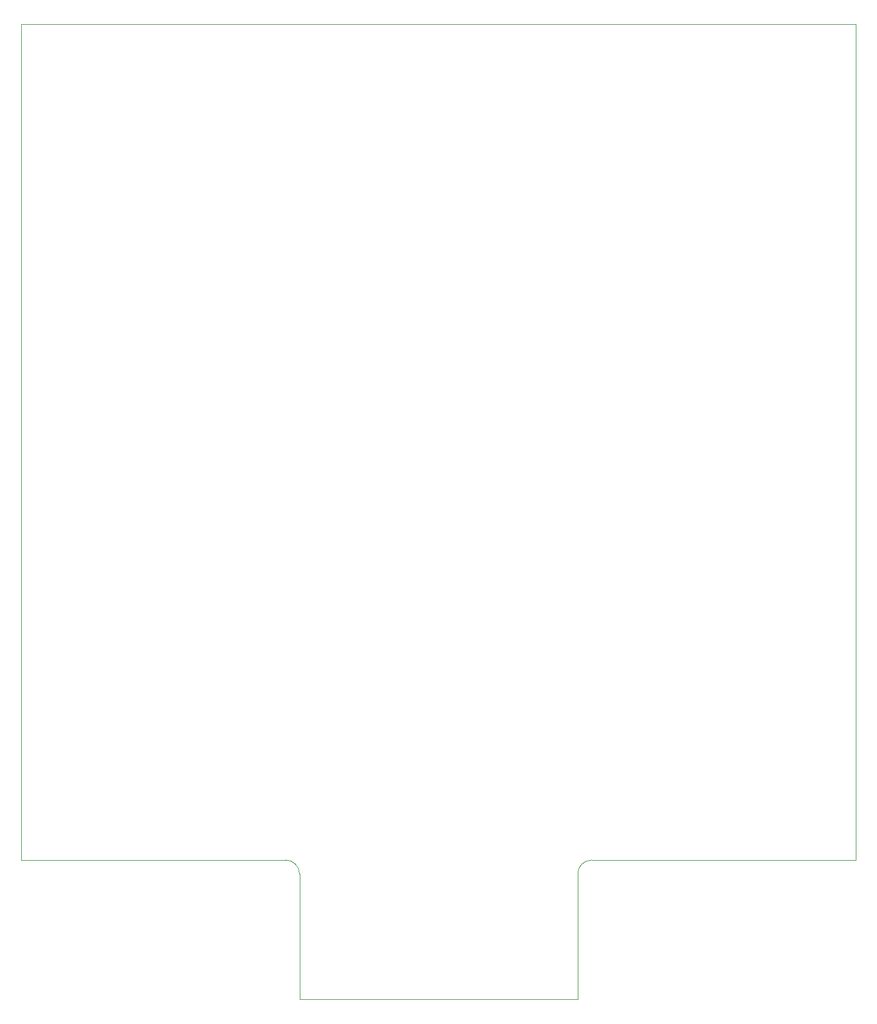
<source format=gm1>
G04 #@! TF.GenerationSoftware,KiCad,Pcbnew,6.0.0*
G04 #@! TF.CreationDate,2022-01-10T21:46:17+01:00*
G04 #@! TF.ProjectId,superhotplate,73757065-7268-46f7-9470-6c6174652e6b,rev?*
G04 #@! TF.SameCoordinates,Original*
G04 #@! TF.FileFunction,Profile,NP*
%FSLAX46Y46*%
G04 Gerber Fmt 4.6, Leading zero omitted, Abs format (unit mm)*
G04 Created by KiCad (PCBNEW 6.0.0) date 2022-01-10 21:46:17*
%MOMM*%
%LPD*%
G01*
G04 APERTURE LIST*
G04 #@! TA.AperFunction,Profile*
%ADD10C,0.100000*%
G04 #@! TD*
G04 APERTURE END LIST*
D10*
X110000000Y-170000000D02*
X110000000Y-152000000D01*
X150000000Y-150000000D02*
X150000000Y-30000000D01*
X112000000Y-150000000D02*
G75*
G03*
X110000000Y-152000000I-1J-1999999D01*
G01*
X150000000Y-30000000D02*
X30000000Y-30000000D01*
X30000000Y-150000000D02*
X68000000Y-150000000D01*
X70000000Y-152000000D02*
X70000000Y-170000000D01*
X70000000Y-152000000D02*
G75*
G03*
X68000000Y-150000000I-1999999J1D01*
G01*
X30000000Y-30000000D02*
X30000000Y-150000000D01*
X70000000Y-170000000D02*
X110000000Y-170000000D01*
X112000000Y-150000000D02*
X150000000Y-150000000D01*
M02*

</source>
